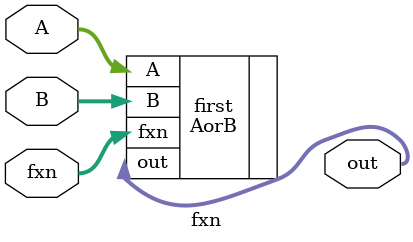
<source format=v>
module fxn(
    input [5:0] A, B,
    input [2:0] fxn,
    output [5:0] out
    );
        
    AorB first ( .A(A), .B(B), .fxn(fxn), .out(out));
    
    endmodule
</source>
